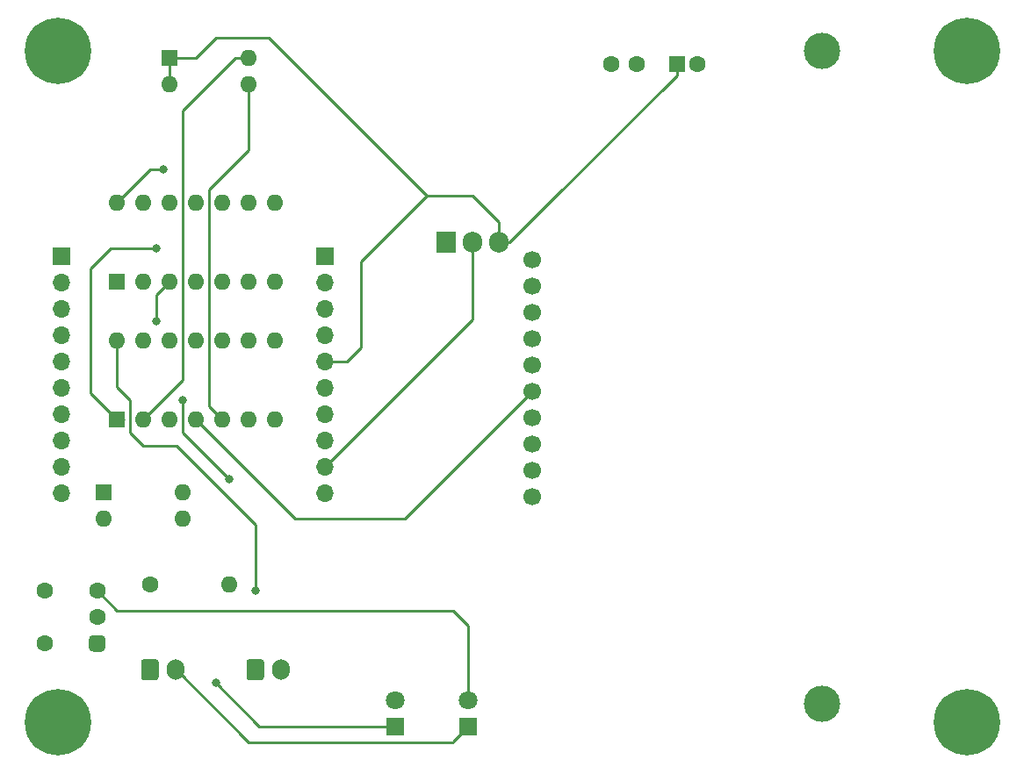
<source format=gbr>
%TF.GenerationSoftware,KiCad,Pcbnew,(5.1.9)-1*%
%TF.CreationDate,2022-07-22T17:15:22+09:00*%
%TF.ProjectId,Receiver,52656365-6976-4657-922e-6b696361645f,rev?*%
%TF.SameCoordinates,Original*%
%TF.FileFunction,Copper,L2,Bot*%
%TF.FilePolarity,Positive*%
%FSLAX46Y46*%
G04 Gerber Fmt 4.6, Leading zero omitted, Abs format (unit mm)*
G04 Created by KiCad (PCBNEW (5.1.9)-1) date 2022-07-22 17:15:22*
%MOMM*%
%LPD*%
G01*
G04 APERTURE LIST*
%TA.AperFunction,ComponentPad*%
%ADD10C,1.700000*%
%TD*%
%TA.AperFunction,ComponentPad*%
%ADD11C,3.500000*%
%TD*%
%TA.AperFunction,ComponentPad*%
%ADD12R,1.700000X1.700000*%
%TD*%
%TA.AperFunction,ComponentPad*%
%ADD13O,1.700000X1.700000*%
%TD*%
%TA.AperFunction,ComponentPad*%
%ADD14O,1.700000X2.000000*%
%TD*%
%TA.AperFunction,ComponentPad*%
%ADD15R,1.800000X1.800000*%
%TD*%
%TA.AperFunction,ComponentPad*%
%ADD16C,1.800000*%
%TD*%
%TA.AperFunction,ComponentPad*%
%ADD17C,6.400000*%
%TD*%
%TA.AperFunction,ComponentPad*%
%ADD18C,0.800000*%
%TD*%
%TA.AperFunction,ComponentPad*%
%ADD19R,1.600000X1.600000*%
%TD*%
%TA.AperFunction,ComponentPad*%
%ADD20O,1.600000X1.600000*%
%TD*%
%TA.AperFunction,ComponentPad*%
%ADD21C,1.600000*%
%TD*%
%TA.AperFunction,ComponentPad*%
%ADD22R,1.905000X2.000000*%
%TD*%
%TA.AperFunction,ComponentPad*%
%ADD23O,1.905000X2.000000*%
%TD*%
%TA.AperFunction,ViaPad*%
%ADD24C,0.800000*%
%TD*%
%TA.AperFunction,Conductor*%
%ADD25C,0.250000*%
%TD*%
G04 APERTURE END LIST*
D10*
%TO.P,U2,4*%
%TO.N,N/C*%
X149936200Y-111535400D03*
%TO.P,U2,5*%
X149936200Y-114075400D03*
%TO.P,U2,6*%
%TO.N,OUT2*%
X149936200Y-116615400D03*
%TO.P,U2,7*%
%TO.N,N/C*%
X149936200Y-119155400D03*
%TO.P,U2,8*%
X149936200Y-121695400D03*
%TO.P,U2,9*%
X149936200Y-124235400D03*
%TO.P,U2,10*%
X149936200Y-126775400D03*
%TO.P,U2,3*%
X149936200Y-108995400D03*
%TO.P,U2,2*%
%TO.N,+5V*%
X149936200Y-106455400D03*
%TO.P,U2,1*%
%TO.N,GND*%
X149936200Y-103915400D03*
D11*
%TO.P,U2,11*%
%TO.N,N/C*%
X177800000Y-83820000D03*
%TO.P,U2,12*%
X177800000Y-146820000D03*
%TD*%
D12*
%TO.P,J3,1*%
%TO.N,N/C*%
X104540000Y-103580000D03*
D13*
%TO.P,J3,2*%
X104540000Y-106120000D03*
%TO.P,J3,3*%
X104540000Y-108660000D03*
%TO.P,J3,4*%
X104540000Y-111200000D03*
%TO.P,J3,5*%
X104540000Y-113740000D03*
%TO.P,J3,6*%
X104540000Y-116280000D03*
%TO.P,J3,7*%
X104540000Y-118820000D03*
%TO.P,J3,8*%
X104540000Y-121360000D03*
%TO.P,J3,9*%
%TO.N,+3V3*%
X104540000Y-123900000D03*
%TO.P,J3,10*%
%TO.N,N/C*%
X104540000Y-126440000D03*
%TD*%
%TO.P,J4,10*%
%TO.N,N/C*%
X129940000Y-126440000D03*
%TO.P,J4,9*%
%TO.N,GND*%
X129940000Y-123900000D03*
%TO.P,J4,8*%
%TO.N,N/C*%
X129940000Y-121360000D03*
%TO.P,J4,7*%
X129940000Y-118820000D03*
%TO.P,J4,6*%
X129940000Y-116280000D03*
%TO.P,J4,5*%
%TO.N,+3V3*%
X129940000Y-113740000D03*
%TO.P,J4,4*%
%TO.N,N/C*%
X129940000Y-111200000D03*
%TO.P,J4,3*%
X129940000Y-108660000D03*
%TO.P,J4,2*%
X129940000Y-106120000D03*
D12*
%TO.P,J4,1*%
%TO.N,OUT1*%
X129940000Y-103580000D03*
%TD*%
%TO.P,J5,1*%
%TO.N,+5V*%
%TA.AperFunction,ComponentPad*%
G36*
G01*
X122340000Y-144260000D02*
X122340000Y-142760000D01*
G75*
G02*
X122590000Y-142510000I250000J0D01*
G01*
X123790000Y-142510000D01*
G75*
G02*
X124040000Y-142760000I0J-250000D01*
G01*
X124040000Y-144260000D01*
G75*
G02*
X123790000Y-144510000I-250000J0D01*
G01*
X122590000Y-144510000D01*
G75*
G02*
X122340000Y-144260000I0J250000D01*
G01*
G37*
%TD.AperFunction*%
D14*
%TO.P,J5,2*%
%TO.N,GND*%
X125690000Y-143510000D03*
%TD*%
%TO.P,J6,1*%
%TO.N,Net-(J6-Pad1)*%
%TA.AperFunction,ComponentPad*%
G36*
G01*
X112180000Y-144260000D02*
X112180000Y-142760000D01*
G75*
G02*
X112430000Y-142510000I250000J0D01*
G01*
X113630000Y-142510000D01*
G75*
G02*
X113880000Y-142760000I0J-250000D01*
G01*
X113880000Y-144260000D01*
G75*
G02*
X113630000Y-144510000I-250000J0D01*
G01*
X112430000Y-144510000D01*
G75*
G02*
X112180000Y-144260000I0J250000D01*
G01*
G37*
%TD.AperFunction*%
%TO.P,J6,2*%
%TO.N,Net-(D2-Pad1)*%
X115530000Y-143510000D03*
%TD*%
D15*
%TO.P,D1,1*%
%TO.N,Net-(D1-Pad1)*%
X136725000Y-148985000D03*
D16*
%TO.P,D1,2*%
%TO.N,Net-(D1-Pad2)*%
X136725000Y-146445000D03*
%TD*%
%TO.P,D2,2*%
%TO.N,Net-(D2-Pad2)*%
X143725000Y-146445000D03*
D15*
%TO.P,D2,1*%
%TO.N,Net-(D2-Pad1)*%
X143725000Y-148985000D03*
%TD*%
D17*
%TO.P,H1,1*%
%TO.N,N/C*%
X104140000Y-83820000D03*
D18*
X106540000Y-83820000D03*
X105837056Y-85517056D03*
X104140000Y-86220000D03*
X102442944Y-85517056D03*
X101740000Y-83820000D03*
X102442944Y-82122944D03*
X104140000Y-81420000D03*
X105837056Y-82122944D03*
%TD*%
%TO.P,H2,1*%
%TO.N,N/C*%
X105837056Y-146892944D03*
X104140000Y-146190000D03*
X102442944Y-146892944D03*
X101740000Y-148590000D03*
X102442944Y-150287056D03*
X104140000Y-150990000D03*
X105837056Y-150287056D03*
X106540000Y-148590000D03*
D17*
X104140000Y-148590000D03*
%TD*%
%TO.P,H3,1*%
%TO.N,N/C*%
X191770000Y-148590000D03*
D18*
X194170000Y-148590000D03*
X193467056Y-150287056D03*
X191770000Y-150990000D03*
X190072944Y-150287056D03*
X189370000Y-148590000D03*
X190072944Y-146892944D03*
X191770000Y-146190000D03*
X193467056Y-146892944D03*
%TD*%
%TO.P,H4,1*%
%TO.N,N/C*%
X193467056Y-82122944D03*
X191770000Y-81420000D03*
X190072944Y-82122944D03*
X189370000Y-83820000D03*
X190072944Y-85517056D03*
X191770000Y-86220000D03*
X193467056Y-85517056D03*
X194170000Y-83820000D03*
D17*
X191770000Y-83820000D03*
%TD*%
D19*
%TO.P,SW2,1*%
%TO.N,+3V3*%
X114935000Y-84455000D03*
D20*
%TO.P,SW2,3*%
%TO.N,OUT4*%
X122555000Y-86995000D03*
%TO.P,SW2,2*%
%TO.N,+3V3*%
X114935000Y-86995000D03*
%TO.P,SW2,4*%
%TO.N,OUT3*%
X122555000Y-84455000D03*
%TD*%
D19*
%TO.P,U4,1*%
%TO.N,OUT1*%
X109855000Y-119380000D03*
D20*
%TO.P,U4,8*%
%TO.N,N/C*%
X125095000Y-111760000D03*
%TO.P,U4,2*%
%TO.N,OUT3*%
X112395000Y-119380000D03*
%TO.P,U4,9*%
%TO.N,N/C*%
X122555000Y-111760000D03*
%TO.P,U4,3*%
%TO.N,OUT5*%
X114935000Y-119380000D03*
%TO.P,U4,10*%
%TO.N,N/C*%
X120015000Y-111760000D03*
%TO.P,U4,4*%
%TO.N,OUT2*%
X117475000Y-119380000D03*
%TO.P,U4,11*%
%TO.N,N/C*%
X117475000Y-111760000D03*
%TO.P,U4,5*%
%TO.N,OUT4*%
X120015000Y-119380000D03*
%TO.P,U4,12*%
%TO.N,N/C*%
X114935000Y-111760000D03*
%TO.P,U4,6*%
%TO.N,OUT6*%
X122555000Y-119380000D03*
%TO.P,U4,13*%
%TO.N,N/C*%
X112395000Y-111760000D03*
%TO.P,U4,7*%
X125095000Y-119380000D03*
%TO.P,U4,14*%
%TO.N,+5V*%
X109855000Y-111760000D03*
%TD*%
%TO.P,U5,14*%
%TO.N,+5V*%
X109855000Y-98425000D03*
%TO.P,U5,7*%
%TO.N,N/C*%
X125095000Y-106045000D03*
%TO.P,U5,13*%
X112395000Y-98425000D03*
%TO.P,U5,6*%
X122555000Y-106045000D03*
%TO.P,U5,12*%
X114935000Y-98425000D03*
%TO.P,U5,5*%
X120015000Y-106045000D03*
%TO.P,U5,11*%
X117475000Y-98425000D03*
%TO.P,U5,4*%
X117475000Y-106045000D03*
%TO.P,U5,10*%
X120015000Y-98425000D03*
%TO.P,U5,3*%
%TO.N,OUT*%
X114935000Y-106045000D03*
%TO.P,U5,9*%
%TO.N,N/C*%
X122555000Y-98425000D03*
%TO.P,U5,2*%
%TO.N,OUT6*%
X112395000Y-106045000D03*
%TO.P,U5,8*%
%TO.N,N/C*%
X125095000Y-98425000D03*
D19*
%TO.P,U5,1*%
%TO.N,OUT5*%
X109855000Y-106045000D03*
%TD*%
D21*
%TO.P,SW1,*%
%TO.N,*%
X102870000Y-135890000D03*
X102870000Y-140970000D03*
%TO.P,SW1,1*%
%TO.N,Net-(D1-Pad2)*%
%TA.AperFunction,ComponentPad*%
G36*
G01*
X107150000Y-141370000D02*
X107150000Y-140570000D01*
G75*
G02*
X107550000Y-140170000I400000J0D01*
G01*
X108350000Y-140170000D01*
G75*
G02*
X108750000Y-140570000I0J-400000D01*
G01*
X108750000Y-141370000D01*
G75*
G02*
X108350000Y-141770000I-400000J0D01*
G01*
X107550000Y-141770000D01*
G75*
G02*
X107150000Y-141370000I0J400000D01*
G01*
G37*
%TD.AperFunction*%
%TO.P,SW1,2*%
%TO.N,Net-(J6-Pad1)*%
X107950000Y-138430000D03*
%TO.P,SW1,3*%
%TO.N,Net-(D2-Pad2)*%
X107950000Y-135890000D03*
%TD*%
%TO.P,R1,1*%
%TO.N,Net-(R1-Pad1)*%
X113030000Y-135255000D03*
D20*
%TO.P,R1,2*%
%TO.N,OUT*%
X120650000Y-135255000D03*
%TD*%
D19*
%TO.P,U1,1*%
%TO.N,Net-(R1-Pad1)*%
X108585000Y-126365000D03*
D20*
%TO.P,U1,3*%
%TO.N,Net-(D2-Pad1)*%
X116205000Y-128905000D03*
%TO.P,U1,2*%
%TO.N,GND*%
X108585000Y-128905000D03*
%TO.P,U1,4*%
%TO.N,Net-(D1-Pad1)*%
X116205000Y-126365000D03*
%TD*%
D21*
%TO.P,C1,1*%
%TO.N,+5V*%
X159980000Y-85090000D03*
%TO.P,C1,2*%
%TO.N,GND*%
X157480000Y-85090000D03*
%TD*%
D19*
%TO.P,C2,1*%
%TO.N,+3V3*%
X163830000Y-85090000D03*
D21*
%TO.P,C2,2*%
%TO.N,GND*%
X165830000Y-85090000D03*
%TD*%
D22*
%TO.P,U3,1*%
%TO.N,+5V*%
X141605000Y-102235000D03*
D23*
%TO.P,U3,2*%
%TO.N,GND*%
X144145000Y-102235000D03*
%TO.P,U3,3*%
%TO.N,+3V3*%
X146685000Y-102235000D03*
%TD*%
D24*
%TO.N,Net-(D1-Pad1)*%
X119380000Y-144780000D03*
%TO.N,+5V*%
X114300000Y-95250000D03*
X123190000Y-135890000D03*
%TO.N,OUT1*%
X113665000Y-102870000D03*
%TO.N,OUT*%
X120650000Y-125095000D03*
X116205000Y-117475000D03*
X113665000Y-109855000D03*
%TD*%
D25*
%TO.N,Net-(D1-Pad1)*%
X123585000Y-148985000D02*
X136725000Y-148985000D01*
X119380000Y-144780000D02*
X123585000Y-148985000D01*
%TO.N,Net-(D2-Pad1)*%
X115530000Y-143510000D02*
X115570000Y-143510000D01*
X115570000Y-143510000D02*
X122555000Y-150495000D01*
X122555000Y-150495000D02*
X142240000Y-150495000D01*
X142240000Y-150470000D02*
X143725000Y-148985000D01*
X142240000Y-150495000D02*
X142240000Y-150470000D01*
%TO.N,GND*%
X144145000Y-109695000D02*
X144145000Y-102235000D01*
X129940000Y-123900000D02*
X144145000Y-109695000D01*
%TO.N,Net-(D2-Pad2)*%
X143725000Y-139280000D02*
X143725000Y-146445000D01*
X142240000Y-137795000D02*
X143725000Y-139280000D01*
X109855000Y-137795000D02*
X142240000Y-137795000D01*
X107950000Y-135890000D02*
X109855000Y-137795000D01*
%TO.N,+5V*%
X109855000Y-98425000D02*
X113030000Y-95250000D01*
X113030000Y-95250000D02*
X114300000Y-95250000D01*
X109855000Y-116205000D02*
X109855000Y-111760000D01*
X111125000Y-120650000D02*
X111125000Y-117475000D01*
X112395000Y-121920000D02*
X111125000Y-120650000D01*
X115570000Y-121920000D02*
X112395000Y-121920000D01*
X123190000Y-129540000D02*
X115570000Y-121920000D01*
X111125000Y-117475000D02*
X109855000Y-116205000D01*
X123190000Y-135890000D02*
X123190000Y-129540000D01*
%TO.N,+3V3*%
X163830000Y-85090000D02*
X163830000Y-86140000D01*
X114935000Y-84455000D02*
X114935000Y-86995000D01*
X114935000Y-84455000D02*
X117475000Y-84455000D01*
X117475000Y-84455000D02*
X119380000Y-82550000D01*
X119380000Y-82550000D02*
X124460000Y-82550000D01*
X124460000Y-82550000D02*
X139700000Y-97790000D01*
X147735000Y-102235000D02*
X151337500Y-98632500D01*
X151337500Y-98632500D02*
X150910000Y-99060000D01*
X146685000Y-102235000D02*
X147735000Y-102235000D01*
X163830000Y-86140000D02*
X151337500Y-98632500D01*
X139700000Y-97790000D02*
X144145000Y-97790000D01*
X146685000Y-100330000D02*
X146685000Y-102235000D01*
X144145000Y-97790000D02*
X146685000Y-100330000D01*
X132005000Y-113740000D02*
X129940000Y-113740000D01*
X133350000Y-112395000D02*
X132005000Y-113740000D01*
X133350000Y-104140000D02*
X133350000Y-112395000D01*
X139700000Y-97790000D02*
X133350000Y-104140000D01*
%TO.N,OUT1*%
X109855000Y-119380000D02*
X110490000Y-119380000D01*
X109855000Y-119380000D02*
X107950000Y-117475000D01*
X107950000Y-117475000D02*
X107315000Y-116840000D01*
X107315000Y-116840000D02*
X107315000Y-104775000D01*
X107315000Y-104775000D02*
X108585000Y-103505000D01*
X108585000Y-103505000D02*
X109220000Y-102870000D01*
X109220000Y-102870000D02*
X113665000Y-102870000D01*
%TO.N,OUT4*%
X118745000Y-97155000D02*
X118745000Y-118110000D01*
X122555000Y-93345000D02*
X118745000Y-97155000D01*
X118745000Y-118110000D02*
X120015000Y-119380000D01*
X122555000Y-86995000D02*
X122555000Y-93345000D01*
%TO.N,OUT3*%
X122555000Y-84455000D02*
X121285000Y-84455000D01*
X121285000Y-84455000D02*
X116205000Y-89535000D01*
X116205000Y-115570000D02*
X112395000Y-119380000D01*
X116205000Y-89535000D02*
X116205000Y-115570000D01*
%TO.N,OUT*%
X120650000Y-125095000D02*
X116205000Y-120650000D01*
X116205000Y-120650000D02*
X116205000Y-117475000D01*
X113665000Y-107315000D02*
X114935000Y-106045000D01*
X113665000Y-109855000D02*
X113665000Y-107315000D01*
%TO.N,OUT2*%
X117475000Y-119380000D02*
X127000000Y-128905000D01*
X137646600Y-128905000D02*
X136525000Y-128905000D01*
X149936200Y-116615400D02*
X137646600Y-128905000D01*
X127000000Y-128905000D02*
X136525000Y-128905000D01*
%TD*%
M02*

</source>
